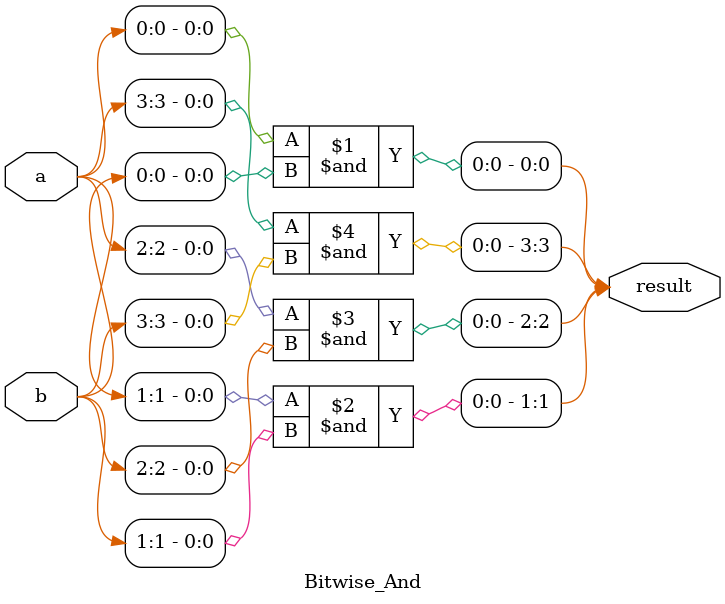
<source format=v>
module Bitwise_And(output[3:0] result,input[3:0]a,b);//Definition of variables entering and exiting the And gate

and(result[0],a[0],b[0]);/*In the first And gate the in put is a[0]&b[0] ,the gate do the and opration between 
                          them and out the result in result [0]*/
and(result[1],a[1],b[1]);

and(result[2],a[2],b[2]);

and(result[3],a[3],b[3]);

endmodule
</source>
